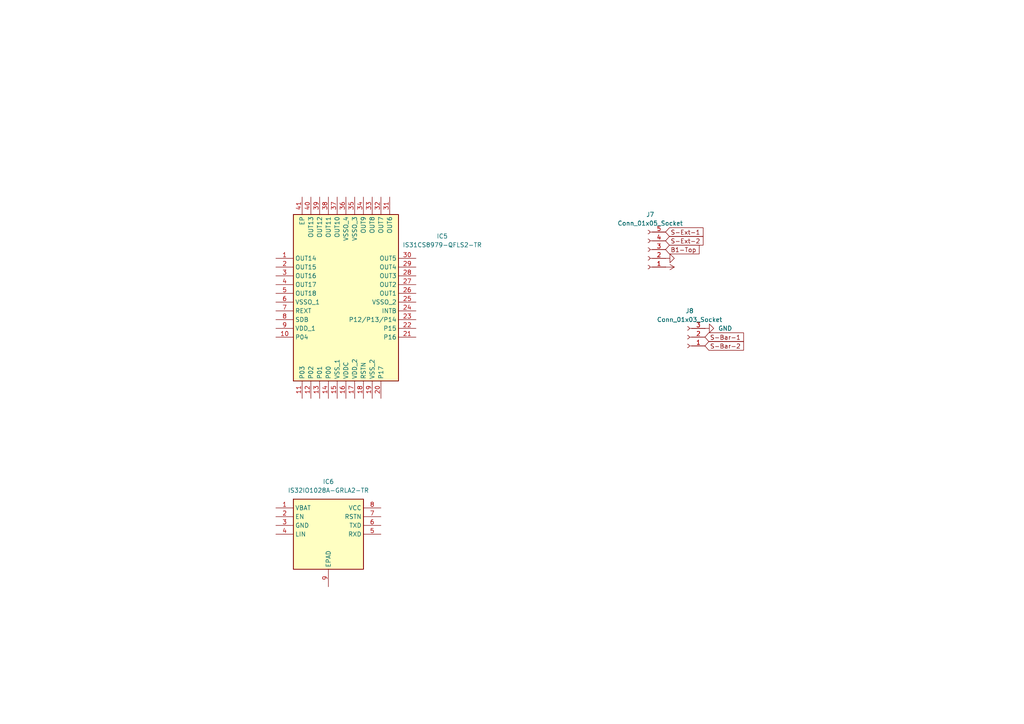
<source format=kicad_sch>
(kicad_sch (version 20250114) (generator "eeschema") (generator_version "9.0")
  (paper "A4")
  (lib_symbols
    (symbol "Connector:Conn_01x03_Socket" (pin_names (offset 1.016) (hide yes))
      (property "Reference" "J" (at 0 5.08 0))
      (property "Value" "Conn_01x03_Socket" (at 0 -5.08 0))
      (symbol "Conn_01x03_Socket_1_1"
        (polyline (pts (xy -1.27 2.54) (xy -0.508 2.54)) (stroke (width 0.1524)))
        (polyline (pts (xy -1.27 0) (xy -0.508 0)) (stroke (width 0.1524)))
        (polyline (pts (xy -1.27 -2.54) (xy -0.508 -2.54)) (stroke (width 0.1524)))
        (arc (start 0 2.032) (mid -0.5058 2.54) (end 0 3.048) (stroke (width 0.1524)))
        (arc (start 0 -0.508) (mid -0.5058 0) (end 0 0.508) (stroke (width 0.1524)))
        (arc (start 0 -3.048) (mid -0.5058 -2.54) (end 0 -2.032) (stroke (width 0.1524)))
        (pin passive line (at -5.08 2.54 0) (length 3.81) (name "Pin_1") (number "1"))
        (pin passive line (at -5.08 0 0) (length 3.81) (name "Pin_2") (number "2"))
        (pin passive line (at -5.08 -2.54 0) (length 3.81) (name "Pin_3") (number "3"))
      )
    )
    (symbol "Connector:Conn_01x05_Socket" (pin_names (offset 1.016) (hide yes))
      (property "Reference" "J" (at 0 7.62 0))
      (property "Value" "Conn_01x05_Socket" (at 0 -7.62 0))
      (symbol "Conn_01x05_Socket_1_1"
        (polyline (pts (xy -1.27 5.08) (xy -0.508 5.08)) (stroke (width 0.1524)))
        (polyline (pts (xy -1.27 2.54) (xy -0.508 2.54)) (stroke (width 0.1524)))
        (polyline (pts (xy -1.27 0) (xy -0.508 0)) (stroke (width 0.1524)))
        (polyline (pts (xy -1.27 -2.54) (xy -0.508 -2.54)) (stroke (width 0.1524)))
        (polyline (pts (xy -1.27 -5.08) (xy -0.508 -5.08)) (stroke (width 0.1524)))
        (arc (start 0 4.572) (mid -0.5058 5.08) (end 0 5.588) (stroke (width 0.1524)))
        (arc (start 0 2.032) (mid -0.5058 2.54) (end 0 3.048) (stroke (width 0.1524)))
        (arc (start 0 -0.508) (mid -0.5058 0) (end 0 0.508) (stroke (width 0.1524)))
        (arc (start 0 -3.048) (mid -0.5058 -2.54) (end 0 -2.032) (stroke (width 0.1524)))
        (arc (start 0 -5.588) (mid -0.5058 -5.08) (end 0 -4.572) (stroke (width 0.1524)))
        (pin passive line (at -5.08 5.08 0) (length 3.81) (name "Pin_1") (number "1"))
        (pin passive line (at -5.08 2.54 0) (length 3.81) (name "Pin_2") (number "2"))
        (pin passive line (at -5.08 0 0) (length 3.81) (name "Pin_3") (number "3"))
        (pin passive line (at -5.08 -2.54 0) (length 3.81) (name "Pin_4") (number "4"))
        (pin passive line (at -5.08 -5.08 0) (length 3.81) (name "Pin_5") (number "5"))
      )
    )
    (symbol "SamacSys_Parts:IS31CS8979-QFLS2-TR"
      (property "Reference" "IC" (at 36.83 17.78 0))
      (property "Value" "IS31CS8979-QFLS2-TR" (at 36.83 15.24 0))
      (symbol "IS31CS8979-QFLS2-TR_1_1"
        (rectangle (start 5.08 12.7) (end 35.56 -35.56) (stroke (width 0.254)) (fill (type background)))
        (pin passive line (at 0 0 0) (length 5.08) (name "OUT14") (number "1"))
        (pin passive line (at 0 -2.54 0) (length 5.08) (name "OUT15") (number "2"))
        (pin passive line (at 0 -5.08 0) (length 5.08) (name "OUT16") (number "3"))
        (pin passive line (at 0 -7.62 0) (length 5.08) (name "OUT17") (number "4"))
        (pin passive line (at 0 -10.16 0) (length 5.08) (name "OUT18") (number "5"))
        (pin passive line (at 0 -12.7 0) (length 5.08) (name "VSSO_1") (number "6"))
        (pin passive line (at 0 -15.24 0) (length 5.08) (name "REXT") (number "7"))
        (pin passive line (at 0 -17.78 0) (length 5.08) (name "SDB") (number "8"))
        (pin passive line (at 0 -20.32 0) (length 5.08) (name "VDD_1") (number "9"))
        (pin passive line (at 0 -22.86 0) (length 5.08) (name "P04") (number "10"))
        (pin passive line (at 7.62 17.78 270) (length 5.08) (name "EP") (number "41"))
        (pin passive line (at 7.62 -40.64 90) (length 5.08) (name "P03") (number "11"))
        (pin passive line (at 10.16 17.78 270) (length 5.08) (name "OUT13") (number "40"))
        (pin passive line (at 10.16 -40.64 90) (length 5.08) (name "P02") (number "12"))
        (pin passive line (at 12.7 17.78 270) (length 5.08) (name "OUT12") (number "39"))
        (pin passive line (at 12.7 -40.64 90) (length 5.08) (name "P01") (number "13"))
        (pin passive line (at 15.24 17.78 270) (length 5.08) (name "OUT11") (number "38"))
        (pin passive line (at 15.24 -40.64 90) (length 5.08) (name "P00") (number "14"))
        (pin passive line (at 17.78 17.78 270) (length 5.08) (name "OUT10") (number "37"))
        (pin passive line (at 17.78 -40.64 90) (length 5.08) (name "VSS_1") (number "15"))
        (pin passive line (at 20.32 17.78 270) (length 5.08) (name "VSSO_4") (number "36"))
        (pin passive line (at 20.32 -40.64 90) (length 5.08) (name "VDDC") (number "16"))
        (pin passive line (at 22.86 17.78 270) (length 5.08) (name "VSSO_3") (number "35"))
        (pin passive line (at 22.86 -40.64 90) (length 5.08) (name "VDD_2") (number "17"))
        (pin passive line (at 25.4 17.78 270) (length 5.08) (name "OUT9") (number "34"))
        (pin passive line (at 25.4 -40.64 90) (length 5.08) (name "RSTN") (number "18"))
        (pin passive line (at 27.94 17.78 270) (length 5.08) (name "OUT8") (number "33"))
        (pin passive line (at 27.94 -40.64 90) (length 5.08) (name "VSS_2") (number "19"))
        (pin passive line (at 30.48 17.78 270) (length 5.08) (name "OUT7") (number "32"))
        (pin passive line (at 30.48 -40.64 90) (length 5.08) (name "P17") (number "20"))
        (pin passive line (at 33.02 17.78 270) (length 5.08) (name "OUT6") (number "31"))
        (pin passive line (at 40.64 0 180) (length 5.08) (name "OUT5") (number "30"))
        (pin passive line (at 40.64 -2.54 180) (length 5.08) (name "OUT4") (number "29"))
        (pin passive line (at 40.64 -5.08 180) (length 5.08) (name "OUT3") (number "28"))
        (pin passive line (at 40.64 -7.62 180) (length 5.08) (name "OUT2") (number "27"))
        (pin passive line (at 40.64 -10.16 180) (length 5.08) (name "OUT1") (number "26"))
        (pin passive line (at 40.64 -12.7 180) (length 5.08) (name "VSSO_2") (number "25"))
        (pin passive line (at 40.64 -15.24 180) (length 5.08) (name "INTB") (number "24"))
        (pin passive line (at 40.64 -17.78 180) (length 5.08) (name "P12/P13/P14") (number "23"))
        (pin passive line (at 40.64 -20.32 180) (length 5.08) (name "P15") (number "22"))
        (pin passive line (at 40.64 -22.86 180) (length 5.08) (name "P16") (number "21"))
      )
    )
    (symbol "SamacSys_Parts:IS32IO1028A-GRLA2-TR"
      (property "Reference" "IC" (at 26.67 7.62 0))
      (property "Value" "IS32IO1028A-GRLA2-TR" (at 26.67 5.08 0))
      (symbol "IS32IO1028A-GRLA2-TR_1_1"
        (rectangle (start 5.08 2.54) (end 25.4 -17.78) (stroke (width 0.254)) (fill (type background)))
        (pin passive line (at 0 0 0) (length 5.08) (name "VBAT") (number "1"))
        (pin passive line (at 0 -2.54 0) (length 5.08) (name "EN") (number "2"))
        (pin passive line (at 0 -5.08 0) (length 5.08) (name "GND") (number "3"))
        (pin passive line (at 0 -7.62 0) (length 5.08) (name "LIN") (number "4"))
        (pin passive line (at 15.24 -22.86 90) (length 5.08) (name "EPAD") (number "9"))
        (pin passive line (at 30.48 0 180) (length 5.08) (name "VCC") (number "8"))
        (pin passive line (at 30.48 -2.54 180) (length 5.08) (name "RSTN") (number "7"))
        (pin passive line (at 30.48 -5.08 180) (length 5.08) (name "TXD") (number "6"))
        (pin passive line (at 30.48 -7.62 180) (length 5.08) (name "RXD") (number "5"))
      )
    )
    (symbol "power:+5V" (power) (pin_numbers (hide yes)) (pin_names (offset 0) (hide yes))
      (property "Value" "+5V" (at 0 3.556 0))
      (symbol "+5V_0_1"
        (polyline (pts (xy -0.762 1.27) (xy 0 2.54)))
        (polyline (pts (xy 0 2.54) (xy 0.762 1.27)))
        (polyline (pts (xy 0 0) (xy 0 2.54)))
      )
      (symbol "+5V_1_1"
        (pin power_in line (at 0 0 90) (length 0) (name "~") (number "1"))
      )
    )
    (symbol "power:GND" (power) (pin_numbers (hide yes)) (pin_names (offset 0) (hide yes))
      (property "Value" "GND" (at 0 -3.81 0))
      (symbol "GND_0_1"
        (polyline (pts (xy 0 0) (xy 0 -1.27) (xy 1.27 -1.27) (xy 0 -2.54) (xy -1.27 -1.27) (xy 0 -1.27)))
      )
      (symbol "GND_1_1"
        (pin power_in line (at 0 0 270) (length 0) (name "~") (number "1"))
      )
    )
  )
  (global_label "S-Ext-1" (shape input) (at 193.04 67.31 0) (property "Intersheetrefs" "${INTERSHEET_REFS}" (effects (hide yes))))
  (global_label "S-Ext-2" (shape input) (at 193.04 69.85 0) (property "Intersheetrefs" "${INTERSHEET_REFS}" (effects (hide yes))))
  (global_label "B1-Top" (shape input) (at 193.04 72.39 0) (property "Intersheetrefs" "${INTERSHEET_REFS}" (effects (hide yes))))
  (global_label "S-Bar-1" (shape input) (at 204.47 97.79 0) (property "Intersheetrefs" "${INTERSHEET_REFS}" (effects (hide yes))))
  (global_label "S-Bar-2" (shape input) (at 204.47 100.33 0) (property "Intersheetrefs" "${INTERSHEET_REFS}" (effects (hide yes))))
  (symbol (lib_id "power:+5V") (at 193.04 77.47 270) (unit 1)
    (property "Reference" "#PWR034" (effects (hide yes)))
    (property "Value" "+5V" (effects (hide yes)))
    (property "Description" "Power symbol creates a global label with name \"+5V\"" (effects (hide yes)))
  )
  (symbol (lib_id "Connector:Conn_01x05_Socket") (at 187.96 72.39 180) (unit 1)
    (property "Reference" "J7" (at 188.595 62.23 0))
    (property "Value" "Conn_01x05_Socket" (at 188.595 64.77 0))
    (property "Description" "Generic connector, single row, 01x05, script generated" (effects (hide yes)))
  )
  (symbol (lib_id "Connector:Conn_01x03_Socket") (at 199.39 97.79 180) (unit 1)
    (property "Reference" "J8" (at 200.025 90.17 0))
    (property "Value" "Conn_01x03_Socket" (at 200.025 92.71 0))
    (property "Description" "Generic connector, single row, 01x03, script generated" (effects (hide yes)))
  )
  (symbol (lib_id "power:GND") (at 204.47 95.25 90) (unit 1)
    (property "Reference" "#PWR035" (effects (hide yes)))
    (property "Value" "GND" (at 208.28 95.2499 90) (effects (justify right)))
    (property "Description" "Power symbol creates a global label with name \"GND\" , ground" (effects (hide yes)))
  )
  (symbol (lib_id "power:GND") (at 193.04 74.93 90) (unit 1)
    (property "Reference" "#PWR033" (effects (hide yes)))
    (property "Value" "GND" (effects (hide yes)))
    (property "Description" "Power symbol creates a global label with name \"GND\" , ground" (effects (hide yes)))
  )
  (symbol (lib_id "SamacSys_Parts:IS31CS8979-QFLS2-TR") (at 80.01 74.93 0) (unit 1)
    (property "Reference" "IC5" (at 128.27 68.5098 0))
    (property "Value" "IS31CS8979-QFLS2-TR" (at 128.27 71.0498 0))
    (property "Footprint" "QFN50P600X600X80-41N-D" (effects (hide yes)))
    (property "Datasheet" "https://www.lumissil.com/assets/pdf/core/IS31CS8979_DS.pdf" (effects (hide yes)))
    (property "Description" "18-CHANNEL INTELLIGENT LED DRIVERS WITH BUILT-IN MCU, QFN-40, 6.0mmx6.0mm" (effects (hide yes)))
    (property "Height" "0.8" (effects (hide yes)))
    (property "Manufacturer_Name" "Lumissil Microsystems" (effects (hide yes)))
    (property "Manufacturer_Part_Number" "IS31CS8979-QFLS2-TR" (effects (hide yes)))
  )
  (symbol (lib_id "SamacSys_Parts:IS32IO1028A-GRLA2-TR") (at 80.01 147.32 0) (unit 1)
    (property "Reference" "IC6" (at 95.25 139.7 0))
    (property "Value" "IS32IO1028A-GRLA2-TR" (at 95.25 142.24 0))
    (property "Footprint" "SOIC127P600X170-9N" (effects (hide yes)))
    (property "Datasheet" "https://www.lumissil.com/assets/pdf/core/IS32IO1028_DS.pdf" (effects (hide yes)))
    (property "Description" "SOP-8, 4.9mmx3.9mm" (effects (hide yes)))
    (property "Height" "1.7" (effects (hide yes)))
    (property "Manufacturer_Name" "Lumissil Microsystems" (effects (hide yes)))
    (property "Manufacturer_Part_Number" "IS32IO1028A-GRLA2-TR" (effects (hide yes)))
    (property "Mouser Part Number" "870-2IO1028A-GRLA2TR" (effects (hide yes)))
    (property "Mouser Price/Stock" "https://www.mouser.co.uk/ProductDetail/Lumissil/IS32IO1028A-GRLA2-TR?qs=HoCaDK9Nz5efVuPbStEqtg%3D%3D" (effects (hide yes)))
  )
)
</source>
